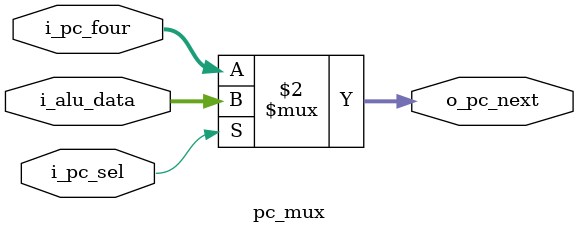
<source format=sv>
module pc_mux (
    input  logic        i_pc_sel,     // Chọn: 0 = PC + 4, 1 = ALU result (nhảy, branch)
    input  logic [31:0] i_alu_data,   // Địa chỉ tính toán từ ALU
    input  logic [31:0] i_pc_four,    // Giá trị PC + 4
    output logic [31:0] o_pc_next     // Kết quả chọn PC kế tiếp
);

    assign o_pc_next = (i_pc_sel == 1'b0) ? i_pc_four : i_alu_data;

endmodule

</source>
